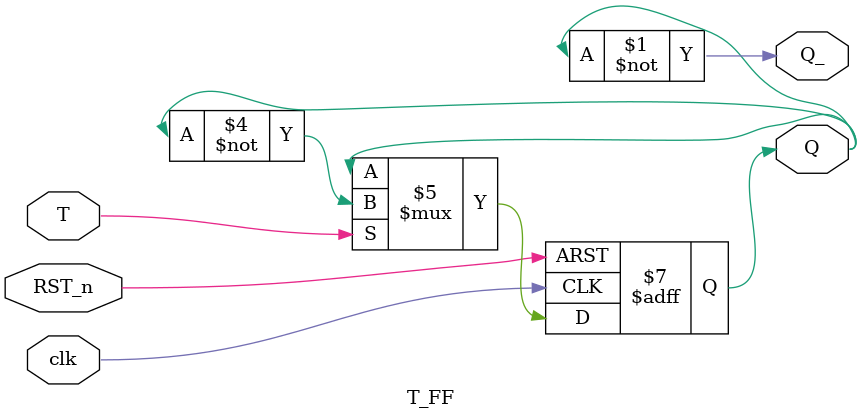
<source format=v>
`timescale 1ns / 1ps


module T_FF(
    output Q, Q_,
    input clk, RST_n, T
    );
    
    reg Q;
    assign Q_ = ~Q;
    
    always@(posedge clk, negedge RST_n) begin
        if(!RST_n) begin
            Q <= 1'b0;
        end
        else if(T) begin
            Q <= ~Q;
        end
    end
endmodule

</source>
